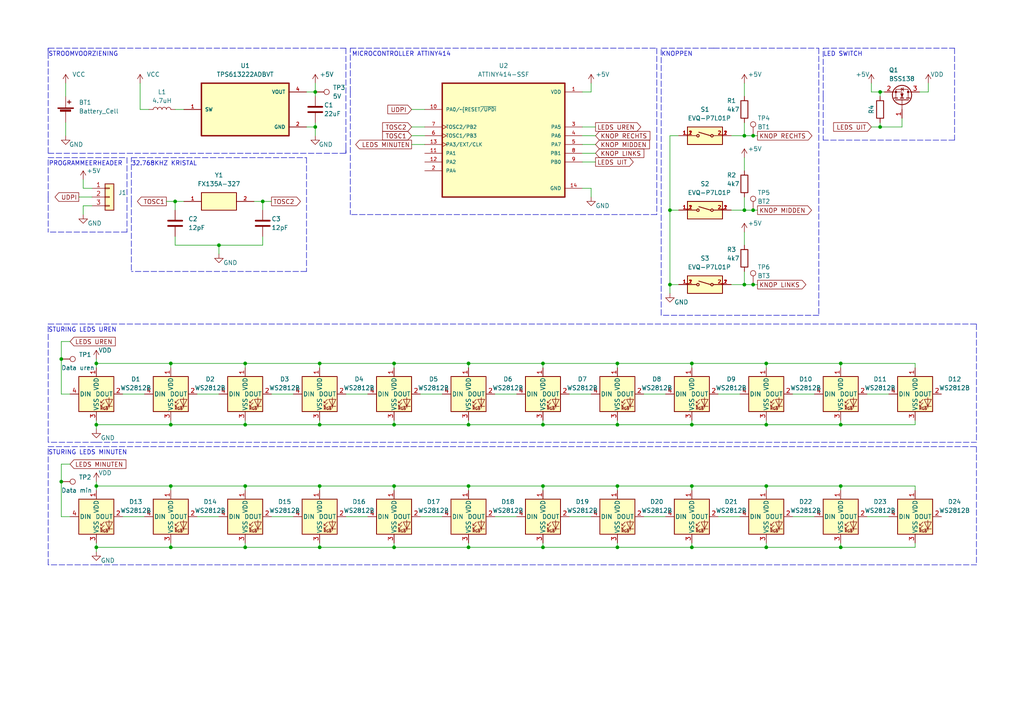
<source format=kicad_sch>
(kicad_sch (version 20211123) (generator eeschema)
  (paper "A4")
  (lib_symbols
    (symbol "ATTINY414-SSF:ATTINY414-SSF" (pin_names (offset 1.016))
      (property "Reference" "U" (at -17.78 16.24 0))
      (property "Value" "ATTINY414-SSF" (at -17.78 -21.78 0))
      (symbol "ATTINY414-SSF_0_0"
        (rectangle (start -17.78 -17.78) (end 17.78 15.24) (stroke (width 0.41)) (fill (type background)))
        (pin power_in line (at 22.86 12.7 180) (length 5.08) (name "VDD") (number "1"))
        (pin input line (at -22.86 7.62 0) (length 5.08) (name "PA0/~{RESET~{/UPDI}") (number "10"))
        (pin bidirectional line (at -22.86 -5.08 0) (length 5.08) (name "PA1") (number "11"))
        (pin bidirectional line (at -22.86 -7.62 0) (length 5.08) (name "PA2") (number "12"))
        (pin bidirectional clock (at -22.86 -2.54 0) (length 5.08) (name "PA3/EXT/CLK") (number "13"))
        (pin power_in line (at 22.86 -15.24 180) (length 5.08) (name "GND") (number "14"))
        (pin bidirectional line (at -22.86 -10.16 0) (length 5.08) (name "PA4") (number "2"))
        (pin bidirectional line (at 22.86 2.54 180) (length 5.08) (name "PA5") (number "3"))
        (pin bidirectional line (at 22.86 0 180) (length 5.08) (name "PA6") (number "4"))
        (pin bidirectional line (at 22.86 -2.54 180) (length 5.08) (name "PA7") (number "5"))
        (pin bidirectional clock (at -22.86 0 0) (length 5.08) (name "TOSC1/PB3") (number "6"))
        (pin bidirectional clock (at -22.86 2.54 0) (length 5.08) (name "TOSC2/PB2") (number "7"))
        (pin bidirectional line (at 22.86 -5.08 180) (length 5.08) (name "PB1") (number "8"))
        (pin bidirectional line (at 22.86 -7.62 180) (length 5.08) (name "PB0") (number "9"))
      )
    )
    (symbol "C_1" (pin_numbers hide) (pin_names (offset 0.254))
      (property "Reference" "C" (at 0.635 2.54 0))
      (property "Value" "C_1" (at 0.635 -2.54 0))
      (symbol "C_1_0_1"
        (polyline (pts (xy -2.032 -0.762) (xy 2.032 -0.762)) (stroke (width 0.508)))
        (polyline (pts (xy -2.032 0.762) (xy 2.032 0.762)) (stroke (width 0.508)))
      )
      (symbol "C_1_1_1"
        (pin passive line (at 0 3.81 270) (length 2.794) (name "~") (number "1"))
        (pin passive line (at 0 -3.81 90) (length 2.794) (name "~") (number "2"))
      )
    )
    (symbol "Connector:TestPoint" (pin_numbers hide) (pin_names (offset 0.762) hide)
      (property "Reference" "TP" (at 0 6.858 0))
      (property "Value" "TestPoint" (at 0 5.08 0))
      (symbol "TestPoint_0_1"
        (circle (center 0 3.302) (radius 0.762))
      )
      (symbol "TestPoint_1_1"
        (pin passive line (at 0 0 90) (length 2.54) (name "1") (number "1"))
      )
    )
    (symbol "Connector_Generic:Conn_01x03" (pin_names (offset 1.016) hide)
      (property "Reference" "J" (at 0 5.08 0))
      (property "Value" "Conn_01x03" (at 0 -5.08 0))
      (symbol "Conn_01x03_1_1"
        (rectangle (start -1.27 -2.413) (end 0 -2.667) (stroke (width 0.1524)))
        (rectangle (start -1.27 0.127) (end 0 -0.127) (stroke (width 0.1524)))
        (rectangle (start -1.27 2.667) (end 0 2.413) (stroke (width 0.1524)))
        (rectangle (start -1.27 3.81) (end 1.27 -3.81) (stroke (width 0.254)) (fill (type background)))
        (pin passive line (at -5.08 2.54 0) (length 3.81) (name "Pin_1") (number "1"))
        (pin passive line (at -5.08 0 0) (length 3.81) (name "Pin_2") (number "2"))
        (pin passive line (at -5.08 -2.54 0) (length 3.81) (name "Pin_3") (number "3"))
      )
    )
    (symbol "Device:Battery_Cell" (pin_numbers hide) (pin_names (offset 0) hide)
      (property "Reference" "BT" (at 2.54 2.54 0))
      (property "Value" "Battery_Cell" (at 2.54 0 0))
      (symbol "Battery_Cell_0_1"
        (rectangle (start -2.286 1.778) (end 2.286 1.524) (fill (type outline)))
        (rectangle (start -1.5748 1.1938) (end 1.4732 0.6858) (fill (type outline)))
        (polyline (pts (xy 0 0.762) (xy 0 0)))
        (polyline (pts (xy 0 1.778) (xy 0 2.54)))
        (polyline (pts (xy 0.508 3.429) (xy 1.524 3.429)) (stroke (width 0.254)))
        (polyline (pts (xy 1.016 3.937) (xy 1.016 2.921)) (stroke (width 0.254)))
      )
      (symbol "Battery_Cell_1_1"
        (pin passive line (at 0 5.08 270) (length 2.54) (name "+") (number "1"))
        (pin passive line (at 0 -2.54 90) (length 2.54) (name "-") (number "2"))
      )
    )
    (symbol "Device:C" (pin_numbers hide) (pin_names (offset 0.254))
      (property "Reference" "C" (at 0.635 2.54 0))
      (property "Value" "C" (at 0.635 -2.54 0))
      (symbol "C_0_1"
        (polyline (pts (xy -2.032 -0.762) (xy 2.032 -0.762)) (stroke (width 0.508)))
        (polyline (pts (xy -2.032 0.762) (xy 2.032 0.762)) (stroke (width 0.508)))
      )
      (symbol "C_1_1"
        (pin passive line (at 0 3.81 270) (length 2.794) (name "~") (number "1"))
        (pin passive line (at 0 -3.81 90) (length 2.794) (name "~") (number "2"))
      )
    )
    (symbol "Device:L" (pin_numbers hide) (pin_names (offset 1.016) hide)
      (property "Reference" "L" (at -1.27 0 90))
      (property "Value" "L" (at 1.905 0 90))
      (symbol "L_0_1"
        (arc (start 0 -2.54) (mid 0.635 -1.905) (end 0 -1.27))
        (arc (start 0 -1.27) (mid 0.635 -0.635) (end 0 0))
        (arc (start 0 0) (mid 0.635 0.635) (end 0 1.27))
        (arc (start 0 1.27) (mid 0.635 1.905) (end 0 2.54))
      )
      (symbol "L_1_1"
        (pin passive line (at 0 3.81 270) (length 1.27) (name "1") (number "1"))
        (pin passive line (at 0 -3.81 90) (length 1.27) (name "2") (number "2"))
      )
    )
    (symbol "Device:R" (pin_numbers hide) (pin_names (offset 0))
      (property "Reference" "R" (at 2.032 0 90))
      (property "Value" "R" (at 0 0 90))
      (symbol "R_0_1"
        (rectangle (start -1.016 -2.54) (end 1.016 2.54) (stroke (width 0.254)))
      )
      (symbol "R_1_1"
        (pin passive line (at 0 3.81 270) (length 1.27) (name "~") (number "1"))
        (pin passive line (at 0 -3.81 90) (length 1.27) (name "~") (number "2"))
      )
    )
    (symbol "EVQ-P7L01P:EVQ-P7L01P" (pin_names (offset 1.016))
      (property "Reference" "S" (at -5.08 3.302 0))
      (property "Value" "EVQ-P7L01P" (at -5.08 -5.08 0))
      (symbol "EVQ-P7L01P_0_0"
        (rectangle (start -5.08 -2.54) (end 5.08 2.54) (stroke (width 0.254)) (fill (type background)))
        (circle (center -2.032 0) (radius 0.3592) (stroke (width 0.254)))
        (polyline (pts (xy 1.651 0) (xy -1.778 1.016)) (stroke (width 0.254)))
        (circle (center 2.032 0) (radius 0.3592) (stroke (width 0.254)))
        (pin passive line (at -7.62 0 0) (length 5.08) (name "~") (number "1_1"))
        (pin passive line (at -7.62 0 0) (length 5.08) (name "~") (number "1_2"))
        (pin passive line (at 7.62 0 180) (length 5.08) (name "~") (number "2_1"))
        (pin passive line (at 7.62 0 180) (length 5.08) (name "~") (number "2_2"))
      )
    )
    (symbol "FX135A-327:FX135A-327" (pin_names (offset 1.016))
      (property "Reference" "Y" (at -4.3227 3.3056 0))
      (property "Value" "FX135A-327" (at -4.5753 -4.5753 0))
      (symbol "FX135A-327_0_0"
        (rectangle (start -5.08 -2.54) (end 5.08 2.54) (stroke (width 0.254)) (fill (type background)))
        (pin passive line (at -10.16 0 0) (length 5.08) (name "~") (number "1"))
        (pin passive line (at 10.16 0 180) (length 5.08) (name "~") (number "2"))
      )
    )
    (symbol "LED:WS2812B" (pin_names (offset 0.254))
      (property "Reference" "D" (at 5.08 5.715 0))
      (property "Value" "WS2812B" (at 1.27 -5.715 0))
      (symbol "WS2812B_0_0"
        (text "RGB" (at 2.286 -4.191 0) (effects (font (size 0.762 0.762))))
      )
      (symbol "WS2812B_0_1"
        (polyline (pts (xy 1.27 -3.556) (xy 1.778 -3.556)))
        (polyline (pts (xy 1.27 -2.54) (xy 1.778 -2.54)))
        (polyline (pts (xy 4.699 -3.556) (xy 2.667 -3.556)))
        (polyline (pts (xy 2.286 -2.54) (xy 1.27 -3.556) (xy 1.27 -3.048)))
        (polyline (pts (xy 2.286 -1.524) (xy 1.27 -2.54) (xy 1.27 -2.032)))
        (polyline (pts (xy 3.683 -1.016) (xy 3.683 -3.556) (xy 3.683 -4.064)))
        (polyline (pts (xy 4.699 -1.524) (xy 2.667 -1.524) (xy 3.683 -3.556) (xy 4.699 -1.524)))
        (rectangle (start 5.08 5.08) (end -5.08 -5.08) (stroke (width 0.254)) (fill (type background)))
      )
      (symbol "WS2812B_1_1"
        (pin power_in line (at 0 7.62 270) (length 2.54) (name "VDD") (number "1"))
        (pin output line (at 7.62 0 180) (length 2.54) (name "DOUT") (number "2"))
        (pin power_in line (at 0 -7.62 90) (length 2.54) (name "VSS") (number "3"))
        (pin input line (at -7.62 0 0) (length 2.54) (name "DIN") (number "4"))
      )
    )
    (symbol "TPS613222ADBVT:TPS613222ADBVT" (pin_names (offset 1.016))
      (property "Reference" "U" (at -12.7 8.62 0))
      (property "Value" "TPS613222ADBVT" (at -12.7 -11.62 0))
      (symbol "TPS613222ADBVT_0_0"
        (rectangle (start -12.7 -7.62) (end 12.7 7.62) (stroke (width 0.41)) (fill (type background)))
        (pin bidirectional line (at -17.78 0 0) (length 5.08) (name "SW") (number "1"))
        (pin power_in line (at 17.78 -5.08 180) (length 5.08) (name "GND") (number "2"))
        (pin output line (at 17.78 5.08 180) (length 5.08) (name "VOUT") (number "4"))
      )
    )
    (symbol "Transistor_FET:BSS138" (pin_names hide)
      (property "Reference" "Q" (at 5.08 1.905 0))
      (property "Value" "BSS138" (at 5.08 0 0))
      (symbol "BSS138_0_1"
        (polyline (pts (xy 0.254 0) (xy -2.54 0)))
        (polyline (pts (xy 0.254 1.905) (xy 0.254 -1.905)) (stroke (width 0.254)))
        (polyline (pts (xy 0.762 -1.27) (xy 0.762 -2.286)) (stroke (width 0.254)))
        (polyline (pts (xy 0.762 0.508) (xy 0.762 -0.508)) (stroke (width 0.254)))
        (polyline (pts (xy 0.762 2.286) (xy 0.762 1.27)) (stroke (width 0.254)))
        (polyline (pts (xy 2.54 2.54) (xy 2.54 1.778)))
        (polyline (pts (xy 2.54 -2.54) (xy 2.54 0) (xy 0.762 0)))
        (polyline (pts (xy 0.762 -1.778) (xy 3.302 -1.778) (xy 3.302 1.778) (xy 0.762 1.778)))
        (polyline (pts (xy 1.016 0) (xy 2.032 0.381) (xy 2.032 -0.381) (xy 1.016 0)) (fill (type outline)))
        (polyline (pts (xy 2.794 0.508) (xy 2.921 0.381) (xy 3.683 0.381) (xy 3.81 0.254)))
        (polyline (pts (xy 3.302 0.381) (xy 2.921 -0.254) (xy 3.683 -0.254) (xy 3.302 0.381)))
        (circle (center 1.651 0) (radius 2.794) (stroke (width 0.254)))
        (circle (center 2.54 -1.778) (radius 0.254) (fill (type outline)))
        (circle (center 2.54 1.778) (radius 0.254) (fill (type outline)))
      )
      (symbol "BSS138_1_1"
        (pin input line (at -5.08 0 0) (length 2.54) (name "G") (number "1"))
        (pin passive line (at 2.54 -5.08 90) (length 2.54) (name "S") (number "2"))
        (pin passive line (at 2.54 5.08 270) (length 2.54) (name "D") (number "3"))
      )
    )
    (symbol "power:+5V" (power) (pin_names (offset 0))
      (property "Value" "+5V" (at 0 3.556 0))
      (symbol "+5V_0_1"
        (polyline (pts (xy -0.762 1.27) (xy 0 2.54)))
        (polyline (pts (xy 0 0) (xy 0 2.54)))
        (polyline (pts (xy 0 2.54) (xy 0.762 1.27)))
      )
      (symbol "+5V_1_1"
        (pin power_in line (at 0 0 90) (length 0) hide (name "+5V") (number "1"))
      )
    )
    (symbol "power:GND" (power) (pin_names (offset 0))
      (property "Value" "GND" (at 0 -3.81 0))
      (symbol "GND_0_1"
        (polyline (pts (xy 0 0) (xy 0 -1.27) (xy 1.27 -1.27) (xy 0 -2.54) (xy -1.27 -1.27) (xy 0 -1.27)))
      )
      (symbol "GND_1_1"
        (pin power_in line (at 0 0 270) (length 0) hide (name "GND") (number "1"))
      )
    )
    (symbol "power:VCC" (power) (pin_names (offset 0))
      (property "Value" "VCC" (at 0 3.81 0))
      (symbol "VCC_0_1"
        (polyline (pts (xy -0.762 1.27) (xy 0 2.54)))
        (polyline (pts (xy 0 0) (xy 0 2.54)))
        (polyline (pts (xy 0 2.54) (xy 0.762 1.27)))
      )
      (symbol "VCC_1_1"
        (pin power_in line (at 0 0 90) (length 0) hide (name "VCC") (number "1"))
      )
    )
    (symbol "power:VDD" (power) (pin_names (offset 0))
      (property "Value" "VDD" (at 0 3.81 0))
      (symbol "VDD_0_1"
        (polyline (pts (xy -0.762 1.27) (xy 0 2.54)))
        (polyline (pts (xy 0 0) (xy 0 2.54)))
        (polyline (pts (xy 0 2.54) (xy 0.762 1.27)))
      )
      (symbol "VDD_1_1"
        (pin power_in line (at 0 0 90) (length 0) hide (name "VDD") (number "1"))
      )
    )
  )
  (junction (at 50.8 58.42))
  (junction (at 255.27 26.67))
  (junction (at 135.89 123.19))
  (junction (at 49.53 105.41))
  (junction (at 76.2 58.42))
  (junction (at 27.94 158.75))
  (junction (at 255.27 36.83))
  (junction (at 194.31 60.96))
  (junction (at 49.53 140.97))
  (junction (at 71.12 105.41))
  (junction (at 218.44 39.37))
  (junction (at 114.3 140.97))
  (junction (at 71.12 123.19))
  (junction (at 114.3 158.75))
  (junction (at 71.12 140.97))
  (junction (at 114.3 105.41))
  (junction (at 27.94 140.97))
  (junction (at 157.48 158.75))
  (junction (at 194.31 82.55))
  (junction (at 114.3 123.19))
  (junction (at 179.07 158.75))
  (junction (at 135.89 140.97))
  (junction (at 179.07 140.97))
  (junction (at 215.9 82.55))
  (junction (at 179.07 105.41))
  (junction (at 91.44 26.67))
  (junction (at 27.94 123.19))
  (junction (at 215.9 60.96))
  (junction (at 92.71 158.75))
  (junction (at 243.84 105.41))
  (junction (at 222.25 105.41))
  (junction (at 200.66 158.75))
  (junction (at 218.44 82.55))
  (junction (at 92.71 140.97))
  (junction (at 200.66 140.97))
  (junction (at 27.94 105.41))
  (junction (at 243.84 123.19))
  (junction (at 17.78 104.14))
  (junction (at 222.25 158.75))
  (junction (at 179.07 123.19))
  (junction (at 157.48 140.97))
  (junction (at 63.5 71.12))
  (junction (at 222.25 123.19))
  (junction (at 157.48 105.41))
  (junction (at 243.84 140.97))
  (junction (at 200.66 105.41))
  (junction (at 92.71 105.41))
  (junction (at 157.48 123.19))
  (junction (at 49.53 123.19))
  (junction (at 49.53 158.75))
  (junction (at 71.12 158.75))
  (junction (at 218.44 60.96))
  (junction (at 200.66 123.19))
  (junction (at 92.71 123.19))
  (junction (at 222.25 140.97))
  (junction (at 243.84 158.75))
  (junction (at 17.78 139.7))
  (junction (at 91.44 36.83))
  (junction (at 215.9 39.37))
  (junction (at 135.89 158.75))
  (junction (at 135.89 105.41))
  (wire (pts (xy 35.56 149.86) (xy 41.91 149.86)))
  (wire (pts (xy 91.44 26.67) (xy 91.44 24.13)))
  (wire (pts (xy 49.53 157.48) (xy 49.53 158.75)))
  (wire (pts (xy 252.73 26.67) (xy 255.27 26.67)))
  (polyline (pts (xy 27.94 163.83) (xy 13.97 163.83)))
  (wire (pts (xy 252.73 36.83) (xy 255.27 36.83)))
  (wire (pts (xy 251.46 149.86) (xy 257.81 149.86)))
  (wire (pts (xy 92.71 105.41) (xy 114.3 105.41)))
  (wire (pts (xy 200.66 142.24) (xy 200.66 140.97)))
  (wire (pts (xy 49.53 121.92) (xy 49.53 123.19)))
  (polyline (pts (xy 13.97 93.98) (xy 283.21 93.98)))
  (polyline (pts (xy 13.97 13.97) (xy 13.97 15.24)))
  (wire (pts (xy 27.94 140.97) (xy 49.53 140.97)))
  (wire (pts (xy 157.48 105.41) (xy 179.07 105.41)))
  (wire (pts (xy 212.09 60.96) (xy 215.9 60.96)))
  (wire (pts (xy 215.9 57.15) (xy 215.9 60.96)))
  (wire (pts (xy 91.44 36.83) (xy 88.9 36.83)))
  (wire (pts (xy 171.45 54.61) (xy 171.45 57.15)))
  (wire (pts (xy 114.3 105.41) (xy 135.89 105.41)))
  (polyline (pts (xy 38.1 58.42) (xy 38.1 78.74)))
  (polyline (pts (xy 101.6 26.67) (xy 101.6 13.97)))
  (wire (pts (xy 222.25 121.92) (xy 222.25 123.19)))
  (wire (pts (xy 157.48 142.24) (xy 157.48 140.97)))
  (polyline (pts (xy 27.94 128.27) (xy 283.21 128.27)))
  (wire (pts (xy 50.8 60.96) (xy 50.8 58.42)))
  (wire (pts (xy 186.69 149.86) (xy 193.04 149.86)))
  (wire (pts (xy 92.71 121.92) (xy 92.71 123.19)))
  (wire (pts (xy 76.2 60.96) (xy 76.2 58.42)))
  (wire (pts (xy 215.9 39.37) (xy 218.44 39.37)))
  (wire (pts (xy 48.26 58.42) (xy 50.8 58.42)))
  (wire (pts (xy 114.3 121.92) (xy 114.3 123.19)))
  (wire (pts (xy 255.27 35.56) (xy 255.27 36.83)))
  (wire (pts (xy 119.38 31.75) (xy 123.19 31.75)))
  (polyline (pts (xy 237.49 91.44) (xy 191.77 91.44)))
  (wire (pts (xy 135.89 140.97) (xy 157.48 140.97)))
  (polyline (pts (xy 13.97 57.15) (xy 13.97 67.31)))
  (wire (pts (xy 24.13 59.69) (xy 26.67 59.69)))
  (wire (pts (xy 215.9 78.74) (xy 215.9 82.55)))
  (polyline (pts (xy 36.83 45.72) (xy 36.83 67.31)))
  (wire (pts (xy 251.46 114.3) (xy 257.81 114.3)))
  (wire (pts (xy 179.07 121.92) (xy 179.07 123.19)))
  (wire (pts (xy 222.25 106.68) (xy 222.25 105.41)))
  (wire (pts (xy 171.45 24.13) (xy 171.45 26.67)))
  (polyline (pts (xy 88.9 45.72) (xy 88.9 78.74)))
  (wire (pts (xy 135.89 157.48) (xy 135.89 158.75)))
  (wire (pts (xy 243.84 142.24) (xy 243.84 140.97)))
  (wire (pts (xy 218.44 60.96) (xy 219.71 60.96)))
  (wire (pts (xy 71.12 106.68) (xy 71.12 105.41)))
  (wire (pts (xy 179.07 106.68) (xy 179.07 105.41)))
  (wire (pts (xy 71.12 123.19) (xy 92.71 123.19)))
  (polyline (pts (xy 13.97 128.27) (xy 13.97 93.98)))
  (wire (pts (xy 179.07 158.75) (xy 200.66 158.75)))
  (wire (pts (xy 168.91 41.91) (xy 172.72 41.91)))
  (wire (pts (xy 194.31 60.96) (xy 196.85 60.96)))
  (wire (pts (xy 17.78 149.86) (xy 20.32 149.86)))
  (wire (pts (xy 208.28 149.86) (xy 214.63 149.86)))
  (wire (pts (xy 269.24 24.13) (xy 269.24 26.67)))
  (wire (pts (xy 27.94 104.14) (xy 27.94 105.41)))
  (polyline (pts (xy 276.86 13.97) (xy 276.86 40.64)))
  (wire (pts (xy 27.94 106.68) (xy 27.94 105.41)))
  (wire (pts (xy 265.43 142.24) (xy 265.43 140.97)))
  (wire (pts (xy 200.66 157.48) (xy 200.66 158.75)))
  (polyline (pts (xy 88.9 78.74) (xy 38.1 78.74)))
  (wire (pts (xy 222.25 158.75) (xy 243.84 158.75)))
  (wire (pts (xy 215.9 24.13) (xy 215.9 27.94)))
  (wire (pts (xy 135.89 105.41) (xy 157.48 105.41)))
  (wire (pts (xy 179.07 157.48) (xy 179.07 158.75)))
  (wire (pts (xy 19.05 35.56) (xy 19.05 39.37)))
  (wire (pts (xy 200.66 106.68) (xy 200.66 105.41)))
  (wire (pts (xy 186.69 114.3) (xy 193.04 114.3)))
  (wire (pts (xy 194.31 82.55) (xy 196.85 82.55)))
  (wire (pts (xy 252.73 24.13) (xy 252.73 26.67)))
  (wire (pts (xy 88.9 26.67) (xy 91.44 26.67)))
  (wire (pts (xy 49.53 158.75) (xy 71.12 158.75)))
  (polyline (pts (xy 27.94 163.83) (xy 283.21 163.83)))
  (wire (pts (xy 200.66 123.19) (xy 222.25 123.19)))
  (polyline (pts (xy 100.33 13.97) (xy 100.33 44.45)))
  (wire (pts (xy 63.5 71.12) (xy 76.2 71.12)))
  (wire (pts (xy 71.12 140.97) (xy 92.71 140.97)))
  (wire (pts (xy 27.94 139.7) (xy 27.94 140.97)))
  (wire (pts (xy 92.71 157.48) (xy 92.71 158.75)))
  (wire (pts (xy 243.84 105.41) (xy 265.43 105.41)))
  (wire (pts (xy 194.31 60.96) (xy 194.31 82.55)))
  (wire (pts (xy 71.12 142.24) (xy 71.12 140.97)))
  (polyline (pts (xy 13.97 44.45) (xy 13.97 13.97)))
  (wire (pts (xy 17.78 104.14) (xy 17.78 114.3)))
  (polyline (pts (xy 283.21 129.54) (xy 283.21 163.83)))
  (wire (pts (xy 135.89 106.68) (xy 135.89 105.41)))
  (wire (pts (xy 165.1 149.86) (xy 171.45 149.86)))
  (wire (pts (xy 71.12 105.41) (xy 92.71 105.41)))
  (wire (pts (xy 168.91 44.45) (xy 172.72 44.45)))
  (wire (pts (xy 27.94 123.19) (xy 27.94 121.92)))
  (wire (pts (xy 261.62 34.29) (xy 261.62 36.83)))
  (polyline (pts (xy 283.21 93.98) (xy 283.21 128.27)))
  (wire (pts (xy 172.72 46.99) (xy 168.91 46.99)))
  (polyline (pts (xy 101.6 26.67) (xy 101.6 62.23)))
  (wire (pts (xy 157.48 157.48) (xy 157.48 158.75)))
  (polyline (pts (xy 13.97 44.45) (xy 100.33 44.45)))
  (wire (pts (xy 92.71 140.97) (xy 114.3 140.97)))
  (polyline (pts (xy 238.76 27.94) (xy 238.76 40.64)))
  (wire (pts (xy 114.3 106.68) (xy 114.3 105.41)))
  (wire (pts (xy 157.48 106.68) (xy 157.48 105.41)))
  (wire (pts (xy 123.19 41.91) (xy 119.38 41.91)))
  (wire (pts (xy 100.33 149.86) (xy 106.68 149.86)))
  (wire (pts (xy 92.71 123.19) (xy 114.3 123.19)))
  (polyline (pts (xy 13.97 163.83) (xy 13.97 129.54)))
  (wire (pts (xy 27.94 160.02) (xy 27.94 158.75)))
  (wire (pts (xy 212.09 82.55) (xy 215.9 82.55)))
  (wire (pts (xy 27.94 105.41) (xy 49.53 105.41)))
  (wire (pts (xy 100.33 114.3) (xy 106.68 114.3)))
  (wire (pts (xy 73.66 58.42) (xy 76.2 58.42)))
  (wire (pts (xy 218.44 82.55) (xy 219.71 82.55)))
  (wire (pts (xy 222.25 105.41) (xy 243.84 105.41)))
  (wire (pts (xy 24.13 54.61) (xy 26.67 54.61)))
  (polyline (pts (xy 276.86 40.64) (xy 238.76 40.64)))
  (wire (pts (xy 24.13 52.07) (xy 24.13 54.61)))
  (wire (pts (xy 265.43 106.68) (xy 265.43 105.41)))
  (wire (pts (xy 179.07 142.24) (xy 179.07 140.97)))
  (wire (pts (xy 50.8 58.42) (xy 53.34 58.42)))
  (wire (pts (xy 57.15 149.86) (xy 63.5 149.86)))
  (wire (pts (xy 91.44 35.56) (xy 91.44 36.83)))
  (wire (pts (xy 135.89 158.75) (xy 157.48 158.75)))
  (polyline (pts (xy 13.97 45.72) (xy 36.83 45.72)))
  (wire (pts (xy 179.07 123.19) (xy 200.66 123.19)))
  (wire (pts (xy 218.44 39.37) (xy 219.71 39.37)))
  (wire (pts (xy 19.05 24.13) (xy 19.05 27.94)))
  (wire (pts (xy 123.19 39.37) (xy 119.38 39.37)))
  (wire (pts (xy 123.19 36.83) (xy 119.38 36.83)))
  (wire (pts (xy 114.3 123.19) (xy 135.89 123.19)))
  (wire (pts (xy 50.8 71.12) (xy 63.5 71.12)))
  (wire (pts (xy 50.8 31.75) (xy 53.34 31.75)))
  (wire (pts (xy 255.27 36.83) (xy 261.62 36.83)))
  (wire (pts (xy 40.64 31.75) (xy 40.64 24.13)))
  (polyline (pts (xy 27.94 128.27) (xy 13.97 128.27)))
  (wire (pts (xy 243.84 106.68) (xy 243.84 105.41)))
  (wire (pts (xy 229.87 114.3) (xy 236.22 114.3)))
  (polyline (pts (xy 190.5 62.23) (xy 101.6 62.23)))
  (polyline (pts (xy 13.97 57.15) (xy 13.97 45.72)))
  (wire (pts (xy 114.3 157.48) (xy 114.3 158.75)))
  (wire (pts (xy 121.92 114.3) (xy 128.27 114.3)))
  (wire (pts (xy 215.9 67.31) (xy 215.9 71.12)))
  (wire (pts (xy 229.87 149.86) (xy 236.22 149.86)))
  (polyline (pts (xy 238.76 13.97) (xy 276.86 13.97)))
  (polyline (pts (xy 38.1 45.72) (xy 88.9 45.72)))
  (wire (pts (xy 92.71 106.68) (xy 92.71 105.41)))
  (wire (pts (xy 157.48 123.19) (xy 179.07 123.19)))
  (wire (pts (xy 17.78 139.7) (xy 17.78 149.86)))
  (wire (pts (xy 135.89 121.92) (xy 135.89 123.19)))
  (wire (pts (xy 20.32 134.62) (xy 17.78 134.62)))
  (wire (pts (xy 269.24 26.67) (xy 266.7 26.67)))
  (wire (pts (xy 255.27 26.67) (xy 255.27 27.94)))
  (polyline (pts (xy 101.6 13.97) (xy 190.5 13.97)))
  (wire (pts (xy 171.45 26.67) (xy 168.91 26.67)))
  (wire (pts (xy 200.66 158.75) (xy 222.25 158.75)))
  (wire (pts (xy 92.71 158.75) (xy 114.3 158.75)))
  (wire (pts (xy 212.09 39.37) (xy 215.9 39.37)))
  (wire (pts (xy 114.3 158.75) (xy 135.89 158.75)))
  (wire (pts (xy 121.92 149.86) (xy 128.27 149.86)))
  (wire (pts (xy 71.12 121.92) (xy 71.12 123.19)))
  (wire (pts (xy 76.2 71.12) (xy 76.2 68.58)))
  (wire (pts (xy 196.85 39.37) (xy 194.31 39.37)))
  (wire (pts (xy 57.15 114.3) (xy 63.5 114.3)))
  (wire (pts (xy 222.25 157.48) (xy 222.25 158.75)))
  (wire (pts (xy 114.3 142.24) (xy 114.3 140.97)))
  (wire (pts (xy 91.44 26.67) (xy 91.44 27.94)))
  (wire (pts (xy 265.43 121.92) (xy 265.43 123.19)))
  (wire (pts (xy 49.53 142.24) (xy 49.53 140.97)))
  (wire (pts (xy 49.53 140.97) (xy 71.12 140.97)))
  (wire (pts (xy 27.94 124.46) (xy 27.94 123.19)))
  (wire (pts (xy 92.71 142.24) (xy 92.71 140.97)))
  (wire (pts (xy 157.48 158.75) (xy 179.07 158.75)))
  (wire (pts (xy 200.66 105.41) (xy 222.25 105.41)))
  (wire (pts (xy 215.9 35.56) (xy 215.9 39.37)))
  (polyline (pts (xy 38.1 58.42) (xy 38.1 45.72)))
  (wire (pts (xy 243.84 123.19) (xy 265.43 123.19)))
  (polyline (pts (xy 36.83 67.31) (xy 13.97 67.31)))
  (wire (pts (xy 27.94 158.75) (xy 49.53 158.75)))
  (wire (pts (xy 91.44 36.83) (xy 91.44 39.37)))
  (wire (pts (xy 165.1 114.3) (xy 171.45 114.3)))
  (wire (pts (xy 168.91 36.83) (xy 172.72 36.83)))
  (wire (pts (xy 17.78 114.3) (xy 20.32 114.3)))
  (wire (pts (xy 71.12 158.75) (xy 92.71 158.75)))
  (wire (pts (xy 27.94 123.19) (xy 49.53 123.19)))
  (polyline (pts (xy 190.5 13.97) (xy 190.5 62.23)))
  (wire (pts (xy 157.48 140.97) (xy 179.07 140.97)))
  (wire (pts (xy 17.78 99.06) (xy 17.78 104.14)))
  (wire (pts (xy 24.13 62.23) (xy 24.13 59.69)))
  (wire (pts (xy 243.84 140.97) (xy 265.43 140.97)))
  (wire (pts (xy 222.25 140.97) (xy 243.84 140.97)))
  (wire (pts (xy 215.9 82.55) (xy 218.44 82.55)))
  (wire (pts (xy 43.18 31.75) (xy 40.64 31.75)))
  (wire (pts (xy 49.53 105.41) (xy 71.12 105.41)))
  (wire (pts (xy 22.86 57.15) (xy 26.67 57.15)))
  (wire (pts (xy 179.07 105.41) (xy 200.66 105.41)))
  (wire (pts (xy 222.25 142.24) (xy 222.25 140.97)))
  (polyline (pts (xy 207.01 13.97) (xy 237.49 13.97)))
  (wire (pts (xy 168.91 39.37) (xy 172.72 39.37)))
  (wire (pts (xy 194.31 82.55) (xy 194.31 85.09)))
  (polyline (pts (xy 191.77 91.44) (xy 191.77 13.97)))
  (wire (pts (xy 78.74 114.3) (xy 85.09 114.3)))
  (wire (pts (xy 194.31 39.37) (xy 194.31 60.96)))
  (wire (pts (xy 208.28 114.3) (xy 214.63 114.3)))
  (wire (pts (xy 215.9 60.96) (xy 218.44 60.96)))
  (wire (pts (xy 35.56 114.3) (xy 41.91 114.3)))
  (wire (pts (xy 243.84 121.92) (xy 243.84 123.19)))
  (wire (pts (xy 63.5 71.12) (xy 63.5 73.66)))
  (wire (pts (xy 49.53 106.68) (xy 49.53 105.41)))
  (wire (pts (xy 50.8 68.58) (xy 50.8 71.12)))
  (wire (pts (xy 215.9 45.72) (xy 215.9 49.53)))
  (wire (pts (xy 179.07 140.97) (xy 200.66 140.97)))
  (wire (pts (xy 76.2 58.42) (xy 78.74 58.42)))
  (wire (pts (xy 27.94 142.24) (xy 27.94 140.97)))
  (wire (pts (xy 71.12 157.48) (xy 71.12 158.75)))
  (wire (pts (xy 200.66 121.92) (xy 200.66 123.19)))
  (wire (pts (xy 243.84 157.48) (xy 243.84 158.75)))
  (polyline (pts (xy 100.33 44.45) (xy 100.33 43.18)))
  (polyline (pts (xy 13.97 129.54) (xy 283.21 129.54)))
  (wire (pts (xy 255.27 26.67) (xy 256.54 26.67)))
  (polyline (pts (xy 237.49 13.97) (xy 237.49 91.44)))
  (wire (pts (xy 143.51 114.3) (xy 149.86 114.3)))
  (polyline (pts (xy 191.77 13.97) (xy 207.01 13.97)))
  (wire (pts (xy 243.84 158.75) (xy 265.43 158.75)))
  (polyline (pts (xy 238.76 27.94) (xy 238.76 13.97)))
  (wire (pts (xy 135.89 123.19) (xy 157.48 123.19)))
  (wire (pts (xy 265.43 157.48) (xy 265.43 158.75)))
  (wire (pts (xy 171.45 54.61) (xy 168.91 54.61)))
  (wire (pts (xy 200.66 140.97) (xy 222.25 140.97)))
  (wire (pts (xy 27.94 158.75) (xy 27.94 157.48)))
  (wire (pts (xy 78.74 149.86) (xy 85.09 149.86)))
  (wire (pts (xy 49.53 123.19) (xy 71.12 123.19)))
  (wire (pts (xy 143.51 149.86) (xy 149.86 149.86)))
  (wire (pts (xy 222.25 123.19) (xy 243.84 123.19)))
  (wire (pts (xy 17.78 134.62) (xy 17.78 139.7)))
  (polyline (pts (xy 100.33 13.97) (xy 13.97 13.97)))
  (wire (pts (xy 20.32 99.06) (xy 17.78 99.06)))
  (wire (pts (xy 114.3 140.97) (xy 135.89 140.97)))
  (wire (pts (xy 157.48 121.92) (xy 157.48 123.19)))
  (wire (pts (xy 135.89 142.24) (xy 135.89 140.97)))
  (text "32.768KHZ KRISTAL" (at 38.1 48.26 0) (effects (font (size 1.27 1.27)) (justify left bottom)))
  (text "KNOPPEN" (at 191.77 16.51 0) (effects (font (size 1.27 1.27)) (justify left bottom)))
  (text "STURING LEDS UREN\n" (at 13.97 96.52 0) (effects (font (size 1.27 1.27)) (justify left bottom)))
  (text "STROOMVOORZIENING" (at 34.29 16.51 180) (effects (font (size 1.27 1.27)) (justify right bottom)))
  (text "LED SWITCH" (at 238.76 16.51 0) (effects (font (size 1.27 1.27)) (justify left bottom)))
  (text "PROGRAMMEERHEADER" (at 35.56 48.26 180) (effects (font (size 1.27 1.27)) (justify right bottom)))
  (text "STURING LEDS MINUTEN\n" (at 13.97 132.08 0) (effects (font (size 1.27 1.27)) (justify left bottom)))
  (text "MICROCONTROLLER ATTINY414" (at 130.81 16.51 180) (effects (font (size 1.27 1.27)) (justify right bottom)))
  (global_label "LEDS UIT" (shape output) (at 172.72 46.99 0) (property "Intersheet References" "${INTERSHEET_REFS}" (effects hide)))
  (global_label "KNOP RECHTS" (shape output) (at 219.71 39.37 0) (property "Intersheet References" "${INTERSHEET_REFS}" (effects hide)))
  (global_label "LEDS UIT" (shape input) (at 252.73 36.83 180) (property "Intersheet References" "${INTERSHEET_REFS}" (effects hide)))
  (global_label "TOSC2" (shape output) (at 78.74 58.42 0) (property "Intersheet References" "${INTERSHEET_REFS}" (effects hide)))
  (global_label "KNOP LINKS" (shape input) (at 172.72 44.45 0) (property "Intersheet References" "${INTERSHEET_REFS}" (effects hide)))
  (global_label "KNOP MIDDEN" (shape output) (at 219.71 60.96 0) (property "Intersheet References" "${INTERSHEET_REFS}" (effects hide)))
  (global_label "LEDS MINUTEN" (shape input) (at 20.32 134.62 0) (property "Intersheet References" "${INTERSHEET_REFS}" (effects hide)))
  (global_label "KNOP RECHTS" (shape input) (at 172.72 39.37 0) (property "Intersheet References" "${INTERSHEET_REFS}" (effects hide)))
  (global_label "UDPI" (shape input) (at 119.38 31.75 180) (property "Intersheet References" "${INTERSHEET_REFS}" (effects hide)))
  (global_label "UDPI" (shape output) (at 22.86 57.15 180) (property "Intersheet References" "${INTERSHEET_REFS}" (effects hide)))
  (global_label "LEDS UREN" (shape output) (at 172.72 36.83 0) (property "Intersheet References" "${INTERSHEET_REFS}" (effects hide)))
  (global_label "KNOP MIDDEN" (shape input) (at 172.72 41.91 0) (property "Intersheet References" "${INTERSHEET_REFS}" (effects hide)))
  (global_label "TOSC1" (shape input) (at 119.38 39.37 180) (property "Intersheet References" "${INTERSHEET_REFS}" (effects hide)))
  (global_label "KNOP LINKS" (shape output) (at 219.71 82.55 0) (property "Intersheet References" "${INTERSHEET_REFS}" (effects hide)))
  (global_label "LEDS MINUTEN" (shape output) (at 119.38 41.91 180) (property "Intersheet References" "${INTERSHEET_REFS}" (effects hide)))
  (global_label "LEDS UREN" (shape input) (at 20.32 99.06 0) (property "Intersheet References" "${INTERSHEET_REFS}" (effects hide)))
  (global_label "TOSC2" (shape input) (at 119.38 36.83 180) (property "Intersheet References" "${INTERSHEET_REFS}" (effects hide)))
  (global_label "TOSC1" (shape output) (at 48.26 58.42 180) (property "Intersheet References" "${INTERSHEET_REFS}" (effects hide)))
  (symbol (lib_id "LED:WS2812B") (at 71.12 149.86 0) (unit 1)
    (property "Reference" "D15" (at 82.55 145.5293 0))
    (property "Value" "WS2812B" (at 82.55 148.0693 0))
    (property "Footprint" "LED_SMD:LED_WS2812B-2020_PLCC4_2.0x2.0mm" (effects hide))
    (property "Datasheet" "https://cdn-shop.adafruit.com/datasheets/WS2812B.pdf" (effects hide))
  )
  (symbol (lib_id "LED:WS2812B") (at 27.94 149.86 0) (unit 1)
    (property "Reference" "D13" (at 39.37 145.5293 0))
    (property "Value" "WS2812B" (at 39.37 148.0693 0))
    (property "Footprint" "LED_SMD:LED_WS2812B-2020_PLCC4_2.0x2.0mm" (effects hide))
    (property "Datasheet" "https://cdn-shop.adafruit.com/datasheets/WS2812B.pdf" (effects hide))
  )
  (symbol (lib_id "power:+5V") (at 91.44 24.13 0) (unit 1)
    (property "Reference" "#PWR0116" (effects hide))
    (property "Value" "+5V" (at 92.71 21.59 0) (effects (justify left)))
  )
  (symbol (lib_id "Connector:TestPoint") (at 91.44 26.67 270) (unit 1)
    (property "Reference" "TP3" (at 96.52 25.3999 90) (effects (justify left)))
    (property "Value" "5V" (at 96.52 27.94 90) (effects (justify left)))
  )
  (symbol (lib_id "power:GND") (at 27.94 160.02 0) (mirror y) (unit 1)
    (property "Reference" "#PWR0119" (effects hide))
    (property "Value" "GND" (at 29.21 162.56 0) (effects (justify right)))
  )
  (symbol (lib_id "Device:C") (at 50.8 64.77 0) (unit 1)
    (property "Reference" "C2" (at 54.61 63.5 0) (effects (justify left)))
    (property "Value" "12pF" (at 54.61 66.04 0) (effects (justify left)))
    (property "Footprint" "Capacitor_SMD:C_0805_2012Metric_Pad1.18x1.45mm_HandSolder" (effects hide))
  )
  (symbol (lib_id "LED:WS2812B") (at 222.25 149.86 0) (unit 1)
    (property "Reference" "D22" (at 233.68 145.5293 0))
    (property "Value" "WS2812B" (at 233.68 148.0693 0))
    (property "Footprint" "LED_SMD:LED_WS2812B-2020_PLCC4_2.0x2.0mm" (effects hide))
    (property "Datasheet" "https://cdn-shop.adafruit.com/datasheets/WS2812B.pdf" (effects hide))
  )
  (symbol (lib_id "LED:WS2812B") (at 49.53 149.86 0) (unit 1)
    (property "Reference" "D14" (at 60.96 145.5293 0))
    (property "Value" "WS2812B" (at 60.96 148.0693 0))
    (property "Footprint" "LED_SMD:LED_WS2812B-2020_PLCC4_2.0x2.0mm" (effects hide))
    (property "Datasheet" "https://cdn-shop.adafruit.com/datasheets/WS2812B.pdf" (effects hide))
  )
  (symbol (lib_id "Device:Battery_Cell") (at 19.05 33.02 0) (unit 1)
    (property "Reference" "BT1" (at 22.86 29.7179 0) (effects (justify left)))
    (property "Value" "Battery_Cell" (at 22.86 32.2579 0) (effects (justify left)))
  )
  (symbol (lib_id "LED:WS2812B") (at 135.89 114.3 0) (unit 1)
    (property "Reference" "D6" (at 147.32 109.9693 0))
    (property "Value" "WS2812B" (at 147.32 112.5093 0))
    (property "Footprint" "LED_SMD:LED_WS2812B-2020_PLCC4_2.0x2.0mm" (effects hide))
    (property "Datasheet" "https://cdn-shop.adafruit.com/datasheets/WS2812B.pdf" (effects hide))
  )
  (symbol (lib_id "power:GND") (at 27.94 124.46 0) (mirror y) (unit 1)
    (property "Reference" "#PWR0117" (effects hide))
    (property "Value" "GND" (at 29.21 127 0) (effects (justify right)))
  )
  (symbol (lib_id "LED:WS2812B") (at 27.94 114.3 0) (unit 1)
    (property "Reference" "D1" (at 39.37 109.9693 0))
    (property "Value" "WS2812B" (at 39.37 112.5093 0))
    (property "Footprint" "LED_SMD:LED_WS2812B-2020_PLCC4_2.0x2.0mm" (effects hide))
    (property "Datasheet" "https://cdn-shop.adafruit.com/datasheets/WS2812B.pdf" (effects hide))
  )
  (symbol (lib_id "power:VCC") (at 19.05 24.13 0) (unit 1)
    (property "Reference" "#PWR01" (effects hide))
    (property "Value" "VCC" (at 22.86 21.59 0))
  )
  (symbol (lib_id "LED:WS2812B") (at 179.07 114.3 0) (unit 1)
    (property "Reference" "D8" (at 190.5 109.9693 0))
    (property "Value" "WS2812B" (at 190.5 112.5093 0))
    (property "Footprint" "LED_SMD:LED_WS2812B-2020_PLCC4_2.0x2.0mm" (effects hide))
    (property "Datasheet" "https://cdn-shop.adafruit.com/datasheets/WS2812B.pdf" (effects hide))
  )
  (symbol (lib_id "LED:WS2812B") (at 114.3 149.86 0) (unit 1)
    (property "Reference" "D17" (at 125.73 145.5293 0))
    (property "Value" "WS2812B" (at 125.73 148.0693 0))
    (property "Footprint" "LED_SMD:LED_WS2812B-2020_PLCC4_2.0x2.0mm" (effects hide))
    (property "Datasheet" "https://cdn-shop.adafruit.com/datasheets/WS2812B.pdf" (effects hide))
  )
  (symbol (lib_id "Connector_Generic:Conn_01x03") (at 31.75 57.15 0) (unit 1)
    (property "Reference" "J1" (at 34.29 55.8799 0) (effects (justify left)))
    (property "Value" "Conn_01x03" (effects hide))
    (property "Footprint" "Connector_PinHeader_1.00mm:PinHeader_1x03_P1.00mm_Vertical" (effects hide))
  )
  (symbol (lib_id "Connector:TestPoint") (at 218.44 39.37 0) (unit 1)
    (property "Reference" "TP4" (at 219.71 34.29 0) (effects (justify left)))
    (property "Value" "BT1" (at 219.71 36.83 0) (effects (justify left)))
  )
  (symbol (lib_id "power:+5V") (at 215.9 67.31 0) (unit 1)
    (property "Reference" "#PWR030" (effects hide))
    (property "Value" "+5V" (at 220.98 64.77 0) (effects (justify right)))
  )
  (symbol (lib_id "LED:WS2812B") (at 243.84 149.86 0) (unit 1)
    (property "Reference" "D23" (at 255.27 145.5293 0))
    (property "Value" "WS2812B" (at 255.27 148.0693 0))
    (property "Footprint" "LED_SMD:LED_WS2812B-2020_PLCC4_2.0x2.0mm" (effects hide))
    (property "Datasheet" "https://cdn-shop.adafruit.com/datasheets/WS2812B.pdf" (effects hide))
  )
  (symbol (lib_id "EVQ-P7L01P:EVQ-P7L01P") (at 204.47 39.37 0) (unit 1)
    (property "Reference" "S1" (at 204.47 31.75 0))
    (property "Value" "EVQ-P7L01P" (at 205.74 34.29 0))
    (property "Footprint" "EVQ-P7L01P:SW_EVQ-P7L01P" (effects hide))
    (property "PARTREV" "N/A" (effects hide))
    (property "MAXIMUM_PACKAGE_HIEGHT" "1.35mm" (effects hide))
    (property "STANDARD" "Manufacturer Recommendations" (effects hide))
    (property "MANUFACTURER" "PANASONIC" (effects hide))
  )
  (symbol (lib_id "LED:WS2812B") (at 243.84 114.3 0) (unit 1)
    (property "Reference" "D11" (at 255.27 109.9693 0))
    (property "Value" "WS2812B" (at 255.27 112.5093 0))
    (property "Footprint" "LED_SMD:LED_WS2812B-2020_PLCC4_2.0x2.0mm" (effects hide))
    (property "Datasheet" "https://cdn-shop.adafruit.com/datasheets/WS2812B.pdf" (effects hide))
  )
  (symbol (lib_id "LED:WS2812B") (at 222.25 114.3 0) (unit 1)
    (property "Reference" "D10" (at 233.68 109.9693 0))
    (property "Value" "WS2812B" (at 233.68 112.5093 0))
    (property "Footprint" "LED_SMD:LED_WS2812B-2020_PLCC4_2.0x2.0mm" (effects hide))
    (property "Datasheet" "https://cdn-shop.adafruit.com/datasheets/WS2812B.pdf" (effects hide))
  )
  (symbol (lib_id "LED:WS2812B") (at 114.3 114.3 0) (unit 1)
    (property "Reference" "D5" (at 125.73 109.9693 0))
    (property "Value" "WS2812B" (at 125.73 112.5093 0))
    (property "Footprint" "LED_SMD:LED_WS2812B-2020_PLCC4_2.0x2.0mm" (effects hide))
    (property "Datasheet" "https://cdn-shop.adafruit.com/datasheets/WS2812B.pdf" (effects hide))
  )
  (symbol (lib_id "power:GND") (at 63.5 73.66 0) (unit 1)
    (property "Reference" "#PWR010" (effects hide))
    (property "Value" "GND" (at 64.77 76.2 0) (effects (justify left)))
  )
  (symbol (lib_id "power:+5V") (at 252.73 24.13 0) (unit 1)
    (property "Reference" "#PWR035" (effects hide))
    (property "Value" "+5V" (at 250.19 21.59 0))
  )
  (symbol (lib_id "Device:R") (at 215.9 53.34 0) (unit 1)
    (property "Reference" "R2" (at 210.82 50.8 0) (effects (justify left)))
    (property "Value" "4k7" (at 210.82 53.34 0) (effects (justify left)))
    (property "Footprint" "Resistor_SMD:R_0805_2012Metric_Pad1.20x1.40mm_HandSolder" (effects hide))
  )
  (symbol (lib_id "LED:WS2812B") (at 200.66 149.86 0) (unit 1)
    (property "Reference" "D21" (at 212.09 145.5293 0))
    (property "Value" "WS2812B" (at 212.09 148.0693 0))
    (property "Footprint" "LED_SMD:LED_WS2812B-2020_PLCC4_2.0x2.0mm" (effects hide))
    (property "Datasheet" "https://cdn-shop.adafruit.com/datasheets/WS2812B.pdf" (effects hide))
  )
  (symbol (lib_id "LED:WS2812B") (at 179.07 149.86 0) (unit 1)
    (property "Reference" "D20" (at 190.5 145.5293 0))
    (property "Value" "WS2812B" (at 190.5 148.0693 0))
    (property "Footprint" "LED_SMD:LED_WS2812B-2020_PLCC4_2.0x2.0mm" (effects hide))
    (property "Datasheet" "https://cdn-shop.adafruit.com/datasheets/WS2812B.pdf" (effects hide))
  )
  (symbol (lib_id "Connector:TestPoint") (at 218.44 82.55 0) (unit 1)
    (property "Reference" "TP6" (at 219.71 77.47 0) (effects (justify left)))
    (property "Value" "BT3" (at 219.71 80.01 0) (effects (justify left)))
  )
  (symbol (lib_id "Device:R") (at 215.9 31.75 0) (unit 1)
    (property "Reference" "R1" (at 210.82 29.21 0) (effects (justify left)))
    (property "Value" "4k7" (at 210.82 31.75 0) (effects (justify left)))
    (property "Footprint" "Resistor_SMD:R_0805_2012Metric_Pad1.20x1.40mm_HandSolder" (effects hide))
  )
  (symbol (lib_id "TPS613222ADBVT:TPS613222ADBVT") (at 71.12 31.75 0) (unit 1)
    (property "Reference" "U1" (at 71.12 19.05 0))
    (property "Value" "TPS613222ADBVT" (at 71.12 21.59 0))
    (property "Footprint" "TPS613222ADBVT:SOT95P280X145-5N" (effects hide))
  )
  (symbol (lib_id "power:VDD") (at 269.24 24.13 0) (mirror y) (unit 1)
    (property "Reference" "#PWR0101" (effects hide))
    (property "Value" "VDD" (at 271.78 21.59 0))
  )
  (symbol (lib_id "power:VCC") (at 40.64 24.13 0) (unit 1)
    (property "Reference" "#PWR07" (effects hide))
    (property "Value" "VCC" (at 44.45 21.59 0))
  )
  (symbol (lib_id "Connector:TestPoint") (at 17.78 104.14 270) (unit 1)
    (property "Reference" "TP1" (at 22.86 102.8699 90) (effects (justify left)))
    (property "Value" "Data uren" (at 17.78 106.68 90) (effects (justify left)))
  )
  (symbol (lib_id "power:+5V") (at 215.9 24.13 0) (unit 1)
    (property "Reference" "#PWR028" (effects hide))
    (property "Value" "+5V" (at 220.98 21.59 0) (effects (justify right)))
  )
  (symbol (lib_id "power:GND") (at 91.44 39.37 0) (unit 1)
    (property "Reference" "#PWR0115" (effects hide))
    (property "Value" "GND" (at 96.52 41.91 0) (effects (justify right)))
  )
  (symbol (lib_id "LED:WS2812B") (at 265.43 149.86 0) (unit 1)
    (property "Reference" "D24" (at 276.86 145.5293 0))
    (property "Value" "WS2812B" (at 276.86 148.0693 0))
    (property "Footprint" "LED_SMD:LED_WS2812B-2020_PLCC4_2.0x2.0mm" (effects hide))
    (property "Datasheet" "https://cdn-shop.adafruit.com/datasheets/WS2812B.pdf" (effects hide))
  )
  (symbol (lib_id "Connector:TestPoint") (at 17.78 139.7 270) (unit 1)
    (property "Reference" "TP2" (at 22.86 138.4299 90) (effects (justify left)))
    (property "Value" "Data min" (at 17.78 142.24 90) (effects (justify left)))
  )
  (symbol (lib_id "Connector:TestPoint") (at 218.44 60.96 0) (unit 1)
    (property "Reference" "TP5" (at 219.71 55.88 0) (effects (justify left)))
    (property "Value" "BT2" (at 219.71 58.42 0) (effects (justify left)))
  )
  (symbol (lib_id "ATTINY414-SSF:ATTINY414-SSF") (at 146.05 39.37 0) (unit 1)
    (property "Reference" "U2" (at 146.05 19.05 0))
    (property "Value" "ATTINY414-SSF" (at 146.05 21.59 0))
    (property "Footprint" "ATTINY414-SSF:SOIC127P600X175-14N" (effects hide))
    (property "STANDARD" "IPC7351B" (effects hide))
    (property "PRICE" "None" (effects hide))
    (property "MF" "Microchip" (effects hide))
    (property "PACKAGE" "SO-14 Microchip" (effects hide))
    (property "MP" "ATTINY414-SSF" (effects hide))
    (property "DESCRIPTION" "AVR Microcontroller with Core Independent Peripherals and picoPower Technology 4 Kbyte Flash 256 Byte SRAM 14-Pin SOI..." (effects hide))
  )
  (symbol (lib_id "power:GND") (at 171.45 57.15 0) (unit 1)
    (property "Reference" "#PWR022" (effects hide))
    (property "Value" "GND" (at 172.72 59.69 0) (effects (justify left)))
  )
  (symbol (lib_id "EVQ-P7L01P:EVQ-P7L01P") (at 204.47 60.96 0) (unit 1)
    (property "Reference" "S2" (at 204.47 53.34 0))
    (property "Value" "EVQ-P7L01P" (at 205.74 55.88 0))
    (property "Footprint" "EVQ-P7L01P:SW_EVQ-P7L01P" (effects hide))
    (property "PARTREV" "N/A" (effects hide))
    (property "MAXIMUM_PACKAGE_HIEGHT" "1.35mm" (effects hide))
    (property "STANDARD" "Manufacturer Recommendations" (effects hide))
    (property "MANUFACTURER" "PANASONIC" (effects hide))
  )
  (symbol (lib_id "LED:WS2812B") (at 265.43 114.3 0) (unit 1)
    (property "Reference" "D12" (at 276.86 109.9693 0))
    (property "Value" "WS2812B" (at 276.86 112.5093 0))
    (property "Footprint" "LED_SMD:LED_WS2812B-2020_PLCC4_2.0x2.0mm" (effects hide))
    (property "Datasheet" "https://cdn-shop.adafruit.com/datasheets/WS2812B.pdf" (effects hide))
  )
  (symbol (lib_id "power:+5V") (at 24.13 52.07 0) (unit 1)
    (property "Reference" "#PWR03" (effects hide))
    (property "Value" "+5V" (at 29.21 49.53 0) (effects (justify right)))
  )
  (symbol (lib_id "Transistor_FET:BSS138") (at 261.62 29.21 270) (mirror x) (unit 1)
    (property "Reference" "Q1" (at 257.81 20.32 90) (effects (justify left)))
    (property "Value" "BSS138" (at 257.81 22.86 90) (effects (justify left)))
    (property "Footprint" "Package_TO_SOT_SMD:SOT-23" (effects hide))
    (property "Datasheet" "https://www.onsemi.com/pub/Collateral/BSS138-D.PDF" (effects hide))
  )
  (symbol (lib_id "LED:WS2812B") (at 49.53 114.3 0) (unit 1)
    (property "Reference" "D2" (at 60.96 109.9693 0))
    (property "Value" "WS2812B" (at 60.96 112.5093 0))
    (property "Footprint" "LED_SMD:LED_WS2812B-2020_PLCC4_2.0x2.0mm" (effects hide))
    (property "Datasheet" "https://cdn-shop.adafruit.com/datasheets/WS2812B.pdf" (effects hide))
  )
  (symbol (lib_id "Device:R") (at 215.9 74.93 0) (unit 1)
    (property "Reference" "R3" (at 210.82 72.39 0) (effects (justify left)))
    (property "Value" "4k7" (at 210.82 74.93 0) (effects (justify left)))
    (property "Footprint" "Resistor_SMD:R_0805_2012Metric_Pad1.20x1.40mm_HandSolder" (effects hide))
  )
  (symbol (lib_id "power:+5V") (at 215.9 45.72 0) (unit 1)
    (property "Reference" "#PWR029" (effects hide))
    (property "Value" "+5V" (at 220.98 43.18 0) (effects (justify right)))
  )
  (symbol (lib_id "power:+5V") (at 171.45 24.13 0) (unit 1)
    (property "Reference" "#PWR021" (effects hide))
    (property "Value" "+5V" (at 172.72 21.59 0) (effects (justify left)))
  )
  (symbol (lib_id "LED:WS2812B") (at 200.66 114.3 0) (unit 1)
    (property "Reference" "D9" (at 212.09 109.9693 0))
    (property "Value" "WS2812B" (at 212.09 112.5093 0))
    (property "Footprint" "LED_SMD:LED_WS2812B-2020_PLCC4_2.0x2.0mm" (effects hide))
    (property "Datasheet" "https://cdn-shop.adafruit.com/datasheets/WS2812B.pdf" (effects hide))
  )
  (symbol (lib_id "power:GND") (at 19.05 39.37 0) (unit 1)
    (property "Reference" "#PWR02" (effects hide))
    (property "Value" "GND" (at 24.13 41.91 0) (effects (justify right)))
  )
  (symbol (lib_id "LED:WS2812B") (at 92.71 149.86 0) (unit 1)
    (property "Reference" "D16" (at 104.14 145.5293 0))
    (property "Value" "WS2812B" (at 104.14 148.0693 0))
    (property "Footprint" "LED_SMD:LED_WS2812B-2020_PLCC4_2.0x2.0mm" (effects hide))
    (property "Datasheet" "https://cdn-shop.adafruit.com/datasheets/WS2812B.pdf" (effects hide))
  )
  (symbol (lib_id "LED:WS2812B") (at 92.71 114.3 0) (unit 1)
    (property "Reference" "D4" (at 104.14 109.9693 0))
    (property "Value" "WS2812B" (at 104.14 112.5093 0))
    (property "Footprint" "LED_SMD:LED_WS2812B-2020_PLCC4_2.0x2.0mm" (effects hide))
    (property "Datasheet" "https://cdn-shop.adafruit.com/datasheets/WS2812B.pdf" (effects hide))
  )
  (symbol (lib_id "LED:WS2812B") (at 135.89 149.86 0) (unit 1)
    (property "Reference" "D18" (at 147.32 145.5293 0))
    (property "Value" "WS2812B" (at 147.32 148.0693 0))
    (property "Footprint" "LED_SMD:LED_WS2812B-2020_PLCC4_2.0x2.0mm" (effects hide))
    (property "Datasheet" "https://cdn-shop.adafruit.com/datasheets/WS2812B.pdf" (effects hide))
  )
  (symbol (lib_id "LED:WS2812B") (at 157.48 149.86 0) (unit 1)
    (property "Reference" "D19" (at 168.91 145.5293 0))
    (property "Value" "WS2812B" (at 168.91 148.0693 0))
    (property "Footprint" "LED_SMD:LED_WS2812B-2020_PLCC4_2.0x2.0mm" (effects hide))
    (property "Datasheet" "https://cdn-shop.adafruit.com/datasheets/WS2812B.pdf" (effects hide))
  )
  (symbol (lib_id "power:GND") (at 194.31 85.09 0) (unit 1)
    (property "Reference" "#PWR025" (effects hide))
    (property "Value" "GND" (at 195.58 87.63 0) (effects (justify left)))
  )
  (symbol (lib_id "EVQ-P7L01P:EVQ-P7L01P") (at 204.47 82.55 0) (unit 1)
    (property "Reference" "S3" (at 204.47 74.93 0))
    (property "Value" "EVQ-P7L01P" (at 205.74 77.47 0))
    (property "Footprint" "EVQ-P7L01P:SW_EVQ-P7L01P" (effects hide))
    (property "PARTREV" "N/A" (effects hide))
    (property "MAXIMUM_PACKAGE_HIEGHT" "1.35mm" (effects hide))
    (property "STANDARD" "Manufacturer Recommendations" (effects hide))
    (property "MANUFACTURER" "PANASONIC" (effects hide))
  )
  (symbol (lib_name "C_1") (lib_id "Device:C") (at 91.44 31.75 0) (unit 1)
    (property "Reference" "C1" (at 93.98 30.48 0) (effects (justify left)))
    (property "Value" "22uF" (at 93.98 33.02 0) (effects (justify left)))
    (property "Footprint" "Capacitor_SMD:C_0805_2012Metric_Pad1.18x1.45mm_HandSolder" (effects hide))
  )
  (symbol (lib_id "FX135A-327:FX135A-327") (at 63.5 58.42 0) (unit 1)
    (property "Reference" "Y1" (at 63.5 50.8 0))
    (property "Value" "FX135A-327" (at 63.5 53.34 0))
    (property "Footprint" "FX135A-327:OSCCC150X320X90-2N" (effects hide))
    (property "MANUFACTURER" "FOX Electronics" (effects hide))
  )
  (symbol (lib_id "Device:R") (at 255.27 31.75 0) (mirror y) (unit 1)
    (property "Reference" "R4" (at 252.73 31.75 90))
    (property "Value" "4k7" (effects hide))
    (property "Footprint" "Resistor_SMD:R_0805_2012Metric_Pad1.20x1.40mm_HandSolder" (effects hide))
  )
  (symbol (lib_id "power:VDD") (at 27.94 104.14 0) (unit 1)
    (property "Reference" "#PWR0102" (effects hide))
    (property "Value" "VDD" (at 30.48 101.6 0))
  )
  (symbol (lib_id "Device:L") (at 46.99 31.75 90) (unit 1)
    (property "Reference" "L1" (at 46.99 26.67 90))
    (property "Value" "4.7uH" (at 46.99 29.21 90))
    (property "Footprint" "Inductor_SMD:L_Sunlord_SWPA5020S" (effects hide))
  )
  (symbol (lib_id "power:GND") (at 24.13 62.23 0) (unit 1)
    (property "Reference" "#PWR04" (effects hide))
    (property "Value" "GND" (at 25.4 64.77 0) (effects (justify left)))
  )
  (symbol (lib_id "LED:WS2812B") (at 157.48 114.3 0) (unit 1)
    (property "Reference" "D7" (at 168.91 109.9693 0))
    (property "Value" "WS2812B" (at 168.91 112.5093 0))
    (property "Footprint" "LED_SMD:LED_WS2812B-2020_PLCC4_2.0x2.0mm" (effects hide))
    (property "Datasheet" "https://cdn-shop.adafruit.com/datasheets/WS2812B.pdf" (effects hide))
  )
  (symbol (lib_id "LED:WS2812B") (at 71.12 114.3 0) (unit 1)
    (property "Reference" "D3" (at 82.55 109.9693 0))
    (property "Value" "WS2812B" (at 82.55 112.5093 0))
    (property "Footprint" "LED_SMD:LED_WS2812B-2020_PLCC4_2.0x2.0mm" (effects hide))
    (property "Datasheet" "https://cdn-shop.adafruit.com/datasheets/WS2812B.pdf" (effects hide))
  )
  (symbol (lib_id "Device:C") (at 76.2 64.77 0) (unit 1)
    (property "Reference" "C3" (at 78.74 63.5 0) (effects (justify left)))
    (property "Value" "12pF" (at 78.74 66.04 0) (effects (justify left)))
    (property "Footprint" "Capacitor_SMD:C_0805_2012Metric_Pad1.18x1.45mm_HandSolder" (effects hide))
  )
  (symbol (lib_id "power:VDD") (at 27.94 139.7 0) (unit 1)
    (property "Reference" "#PWR0103" (effects hide))
    (property "Value" "VDD" (at 30.48 137.16 0))
  )
)
</source>
